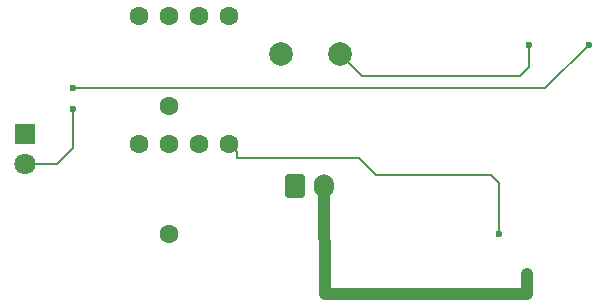
<source format=gbr>
%TF.GenerationSoftware,KiCad,Pcbnew,8.0.4-8.0.4-0~ubuntu22.04.1*%
%TF.CreationDate,2024-07-31T14:37:32+09:00*%
%TF.ProjectId,Q960,51393630-2e6b-4696-9361-645f70636258,1.00*%
%TF.SameCoordinates,Original*%
%TF.FileFunction,Copper,L2,Bot*%
%TF.FilePolarity,Positive*%
%FSLAX46Y46*%
G04 Gerber Fmt 4.6, Leading zero omitted, Abs format (unit mm)*
G04 Created by KiCad (PCBNEW 8.0.4-8.0.4-0~ubuntu22.04.1) date 2024-07-31 14:37:32*
%MOMM*%
%LPD*%
G01*
G04 APERTURE LIST*
G04 Aperture macros list*
%AMRoundRect*
0 Rectangle with rounded corners*
0 $1 Rounding radius*
0 $2 $3 $4 $5 $6 $7 $8 $9 X,Y pos of 4 corners*
0 Add a 4 corners polygon primitive as box body*
4,1,4,$2,$3,$4,$5,$6,$7,$8,$9,$2,$3,0*
0 Add four circle primitives for the rounded corners*
1,1,$1+$1,$2,$3*
1,1,$1+$1,$4,$5*
1,1,$1+$1,$6,$7*
1,1,$1+$1,$8,$9*
0 Add four rect primitives between the rounded corners*
20,1,$1+$1,$2,$3,$4,$5,0*
20,1,$1+$1,$4,$5,$6,$7,0*
20,1,$1+$1,$6,$7,$8,$9,0*
20,1,$1+$1,$8,$9,$2,$3,0*%
G04 Aperture macros list end*
%TA.AperFunction,ComponentPad*%
%ADD10C,1.600000*%
%TD*%
%TA.AperFunction,ComponentPad*%
%ADD11C,2.000000*%
%TD*%
%TA.AperFunction,ComponentPad*%
%ADD12RoundRect,0.250000X-0.600000X-0.750000X0.600000X-0.750000X0.600000X0.750000X-0.600000X0.750000X0*%
%TD*%
%TA.AperFunction,ComponentPad*%
%ADD13O,1.700000X2.000000*%
%TD*%
%TA.AperFunction,ComponentPad*%
%ADD14R,1.800000X1.800000*%
%TD*%
%TA.AperFunction,ComponentPad*%
%ADD15C,1.800000*%
%TD*%
%TA.AperFunction,ViaPad*%
%ADD16C,0.600000*%
%TD*%
%TA.AperFunction,Conductor*%
%ADD17C,0.200000*%
%TD*%
%TA.AperFunction,Conductor*%
%ADD18C,1.000000*%
%TD*%
G04 APERTURE END LIST*
D10*
%TO.P,U103,1,1*%
%TO.N,Net-(U101-PB09_A7_D7_RX)*%
X139192000Y-106680000D03*
%TO.P,U103,2,2*%
%TO.N,Net-(U101-PA7_A8_D8_SCK)*%
X141732000Y-106680000D03*
%TO.P,U103,4,4*%
%TO.N,Net-(U101-PA5_A9_D9_MISO)*%
X144272000Y-106680000D03*
%TO.P,U103,8,8*%
%TO.N,Net-(U101-PA6_A10_D10_MOSI)*%
X146812000Y-106680000D03*
%TO.P,U103,C,C*%
%TO.N,GND*%
X141732000Y-114300000D03*
%TD*%
D11*
%TO.P,SW101,1,1*%
%TO.N,GND*%
X151210000Y-99060000D03*
%TO.P,SW101,2,2*%
%TO.N,Net-(U101-PA10_A2_D2)*%
X156210000Y-99060000D03*
%TD*%
D12*
%TO.P,J101,1,Pin_1*%
%TO.N,GND*%
X152409200Y-110215000D03*
D13*
%TO.P,J101,2,Pin_2*%
%TO.N,Net-(J101-Pin_2)*%
X154909200Y-110215000D03*
%TD*%
D10*
%TO.P,U102,1,1*%
%TO.N,Net-(U101-PA11_A3_D3)*%
X139192000Y-95885000D03*
%TO.P,U102,2,2*%
%TO.N,Net-(U101-PA8_A4_D4_SDA)*%
X141732000Y-95885000D03*
%TO.P,U102,4,4*%
%TO.N,Net-(U101-PA9_A5_D5_SCL)*%
X144272000Y-95885000D03*
%TO.P,U102,8,8*%
%TO.N,Net-(U101-PB08_A6_D6_TX)*%
X146812000Y-95885000D03*
%TO.P,U102,C,C*%
%TO.N,GND*%
X141732000Y-103505000D03*
%TD*%
D14*
%TO.P,D101,1,K*%
%TO.N,GND*%
X129580000Y-105860000D03*
D15*
%TO.P,D101,2,A*%
%TO.N,Net-(D101-A)*%
X129580000Y-108400000D03*
%TD*%
D16*
%TO.N,Net-(U101-PA10_A2_D2)*%
X172212000Y-98298000D03*
%TO.N,Net-(J101-Pin_2)*%
X172085000Y-117729000D03*
%TO.N,Net-(D101-A)*%
X133604000Y-103759000D03*
%TO.N,Net-(U101-PA02_A0_D0)*%
X177292000Y-98298000D03*
X133604000Y-101981000D03*
%TO.N,Net-(U101-PA6_A10_D10_MOSI)*%
X169722800Y-114300000D03*
%TD*%
D17*
%TO.N,Net-(U101-PA10_A2_D2)*%
X172252000Y-100163000D02*
X171450000Y-100965000D01*
X158115000Y-100965000D02*
X171450000Y-100965000D01*
X172212000Y-98298000D02*
X172252000Y-98338000D01*
X172252000Y-98258000D02*
X172212000Y-98298000D01*
X172252000Y-98240000D02*
X172252000Y-98258000D01*
X172252000Y-98338000D02*
X172252000Y-100163000D01*
X156210000Y-99060000D02*
X158115000Y-100965000D01*
D18*
%TO.N,Net-(J101-Pin_2)*%
X154940000Y-119380000D02*
X172085000Y-119380000D01*
X172085000Y-119380000D02*
X172085000Y-117729000D01*
X154940000Y-119380000D02*
X154909200Y-110215000D01*
D17*
%TO.N,Net-(D101-A)*%
X133604000Y-103759000D02*
X133644000Y-107021000D01*
X132265000Y-108400000D02*
X129580000Y-108400000D01*
X133644000Y-107021000D02*
X132265000Y-108400000D01*
X133644000Y-103748000D02*
X133604000Y-103759000D01*
%TO.N,Net-(U101-PA02_A0_D0)*%
X133604000Y-101981000D02*
X133731000Y-101981000D01*
X177292000Y-98298000D02*
X173609000Y-101981000D01*
X173609000Y-101981000D02*
X133604000Y-101981000D01*
%TO.N,Net-(U101-PA6_A10_D10_MOSI)*%
X169722800Y-114300000D02*
X169712000Y-114310800D01*
X169712000Y-110022000D02*
X169712000Y-114289200D01*
X159258000Y-109347000D02*
X169037000Y-109347000D01*
X169712000Y-114310800D02*
X169712000Y-114404560D01*
X157831000Y-107920000D02*
X159258000Y-109347000D01*
X147500000Y-107368000D02*
X146812000Y-106680000D01*
X169712000Y-114289200D02*
X169722800Y-114300000D01*
X169037000Y-109347000D02*
X169712000Y-110022000D01*
X147500000Y-107920000D02*
X147500000Y-107368000D01*
X147500000Y-107920000D02*
X157831000Y-107920000D01*
%TD*%
M02*

</source>
